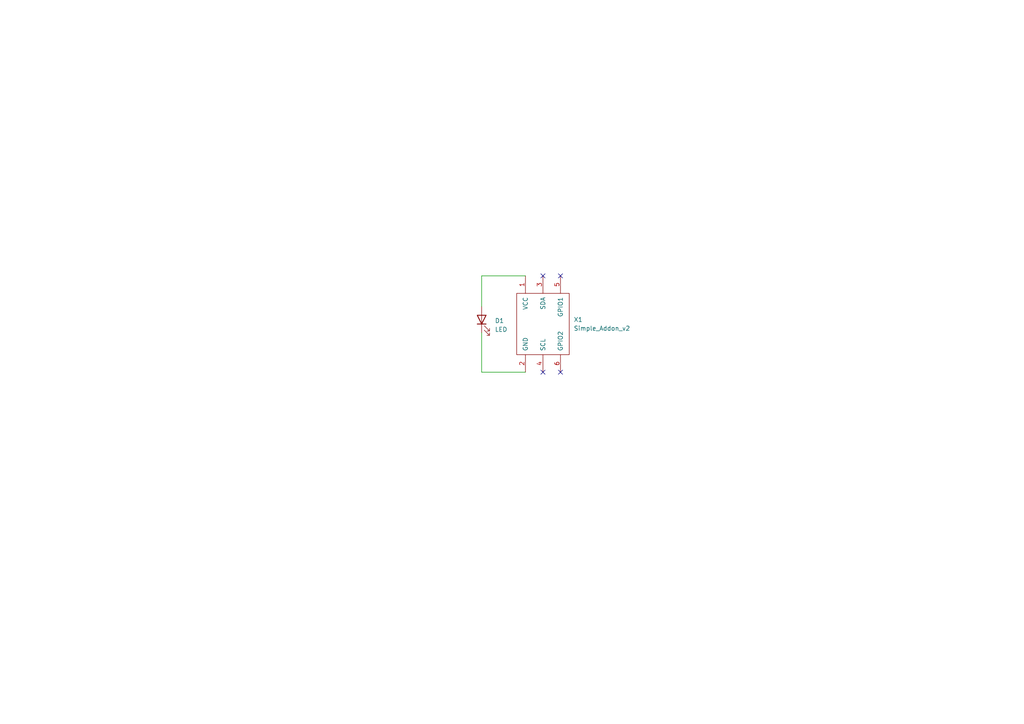
<source format=kicad_sch>
(kicad_sch (version 20211123) (generator eeschema)
  (paper "A4")
  (lib_symbols
    (symbol "Device:LED" (pin_numbers hide) (pin_names (offset 1.016) hide)
      (property "Reference" "D" (at 0 2.54 0))
      (property "Value" "LED" (at 0 -2.54 0))
      (symbol "LED_0_1"
        (polyline (pts (xy -1.27 -1.27) (xy -1.27 1.27)) (stroke (width 0.254)))
        (polyline (pts (xy -1.27 0) (xy 1.27 0)))
        (polyline (pts (xy 1.27 -1.27) (xy 1.27 1.27) (xy -1.27 0) (xy 1.27 -1.27)) (stroke (width 0.254)))
        (polyline (pts (xy -3.048 -0.762) (xy -4.572 -2.286) (xy -3.81 -2.286) (xy -4.572 -2.286) (xy -4.572 -1.524)))
        (polyline (pts (xy -1.778 -0.762) (xy -3.302 -2.286) (xy -2.54 -2.286) (xy -3.302 -2.286) (xy -3.302 -1.524)))
      )
      (symbol "LED_1_1"
        (pin passive line (at -3.81 0 0) (length 2.54) (name "K") (number "1"))
        (pin passive line (at 3.81 0 180) (length 2.54) (name "A") (number "2"))
      )
    )
    (symbol "Simple_Addon_v2:Simple_Addon_v2" (pin_names (offset 1.016))
      (property "Reference" "X" (at 0 0 0))
      (property "Value" "Simple_Addon_v2" (at 0 20.32 0))
      (symbol "Simple_Addon_v2_0_1"
        (rectangle (start -7.62 8.89) (end 7.62 -8.89))
      )
      (symbol "Simple_Addon_v2_1_1"
        (pin input line (at -5.08 13.97 270) (length 5.08) (name "VCC") (number "1"))
        (pin input line (at -5.08 -13.97 90) (length 5.08) (name "GND") (number "2"))
        (pin input line (at 0 13.97 270) (length 5.08) (name "SDA") (number "3"))
        (pin input line (at 0 -13.97 90) (length 5.08) (name "SCL") (number "4"))
        (pin input line (at 5.08 13.97 270) (length 5.08) (name "GPIO1") (number "5"))
        (pin input line (at 5.08 -13.97 90) (length 5.08) (name "GPIO2") (number "6"))
      )
    )
  )
  (no_connect (at 157.48 107.95))
  (no_connect (at 157.48 80.01))
  (no_connect (at 162.56 80.01))
  (no_connect (at 162.56 107.95))
  (wire (pts (xy 139.7 80.01) (xy 152.4 80.01)))
  (wire (pts (xy 139.7 107.95) (xy 139.7 96.52)))
  (wire (pts (xy 139.7 88.9) (xy 139.7 80.01)))
  (wire (pts (xy 152.4 107.95) (xy 139.7 107.95)))
  (symbol (lib_id "Simple_Addon_v2:Simple_Addon_v2") (at 157.48 93.98 0) (unit 1)
    (property "Reference" "X1" (at 166.37 92.7099 0) (effects (justify left)))
    (property "Value" "Simple_Addon_v2" (at 166.37 95.2499 0) (effects (justify left)))
    (property "Footprint" "Simple_Addon_v2:Simple_Addon_v2-BADGE-2x3_reduced_silk" (effects hide))
  )
  (symbol (lib_id "Device:LED") (at 139.7 92.71 90) (unit 1)
    (property "Reference" "D1" (at 143.51 93.0274 90) (effects (justify right)))
    (property "Value" "LED" (at 143.51 95.5674 90) (effects (justify right)))
    (property "Footprint" "LED_THT:LED_D3.0mm" (effects hide))
  )
)
</source>
